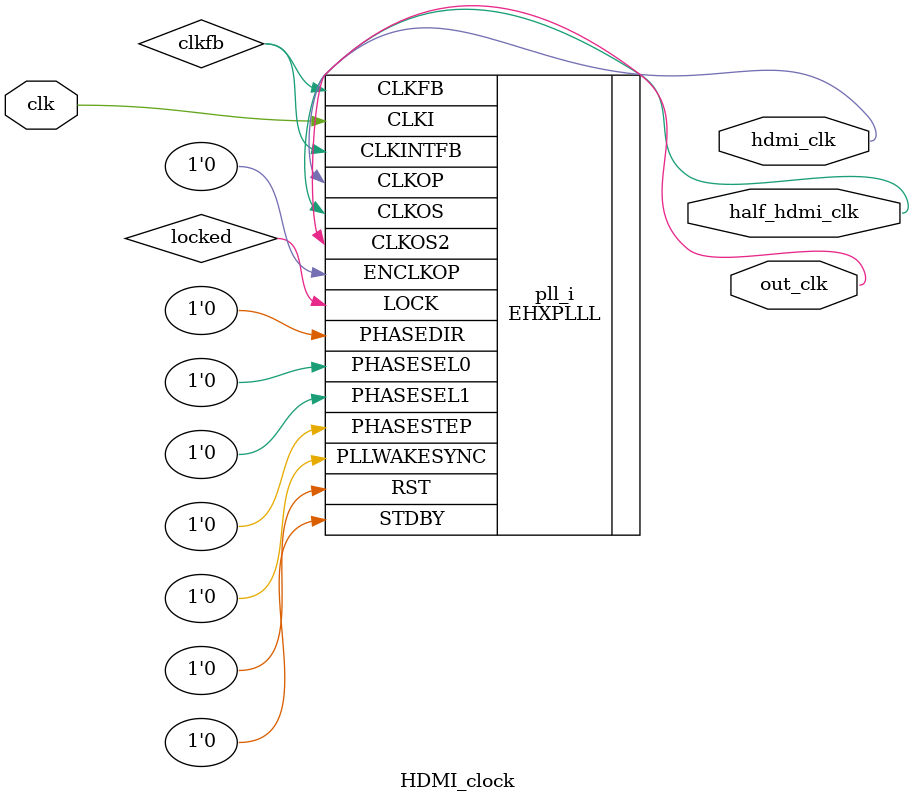
<source format=v>

module HDMI_clock (
        input  clk,            //  25 MHz
	output out_clk,        //  25 MHz
	output hdmi_clk,       // 250 MHz
        output half_hdmi_clk   // 125 MHz
    );

wire clkfb;
wire locked;

(* ICP_CURRENT="12" *) (* LPF_RESISTOR="8" *) (* MFG_ENABLE_FILTEROPAMP="1" *) (* MFG_GMCREF_SEL="2" *)
EHXPLLL #(
        .PLLRST_ENA("DISABLED"),
        .INTFB_WAKE("DISABLED"),
        .STDBY_ENABLE("DISABLED"),
        .DPHASE_SOURCE("DISABLED"),
        .CLKOP_FPHASE(0),
        .CLKOP_CPHASE(0),
        .OUTDIVIDER_MUXA("DIVA"),
        .CLKOP_ENABLE("ENABLED"),
        .CLKOP_DIV(2),
        .CLKOS_ENABLE("ENABLED"),
        .CLKOS_DIV(4),
        .CLKOS_CPHASE(0),
        .CLKOS_FPHASE(0),
        .CLKOS2_ENABLE("ENABLED"),
        .CLKOS2_DIV(20),
        .CLKOS2_CPHASE(0),
        .CLKOS2_FPHASE(0),
        .CLKFB_DIV(10),
        .CLKI_DIV(1),
        .FEEDBK_PATH("INT_OP")
    ) pll_i (
        .CLKI(clk),
        .CLKFB(clkfb),
        .CLKINTFB(clkfb),
        .CLKOP(hdmi_clk),      // 250
        .CLKOS(half_hdmi_clk), // 125
        .CLKOS2(out_clk),      // 25
        .RST(1'b0),
        .STDBY(1'b0),
        .PHASESEL0(1'b0),
        .PHASESEL1(1'b0),
        .PHASEDIR(1'b0),
        .PHASESTEP(1'b0),
        .PLLWAKESYNC(1'b0),
        .ENCLKOP(1'b0),
        .LOCK(locked)
	);
    
endmodule


</source>
